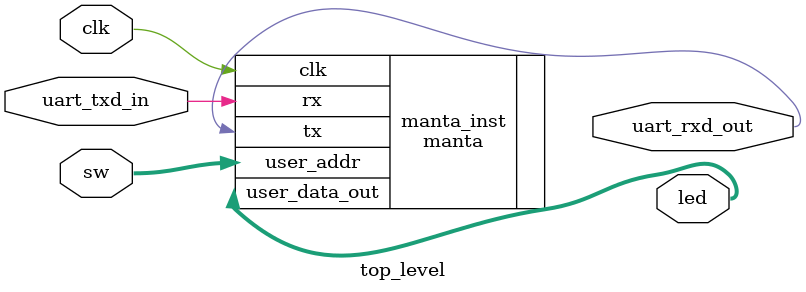
<source format=sv>
`default_nettype none
`timescale 1ns / 1ps

module top_level (
	input wire clk,
    input wire [7:0] sw,
    output logic [7:0] led,

    input wire uart_txd_in,
	output logic uart_rxd_out);

    manta manta_inst (
        .clk(clk),

        .rx(uart_txd_in),
        .tx(uart_rxd_out),

        .user_addr(sw),
        .user_data_out(led));

endmodule

`default_nettype wire

</source>
